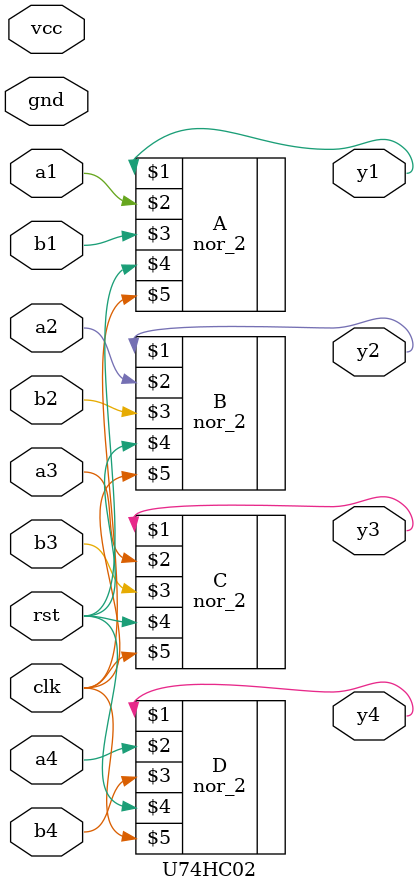
<source format=v>
`timescale 1ns/1ps

module U74HC02(y1, a1, b1, y2, a2, b2, gnd, a3, b3, y3, a4, b4, y4, vcc, rst, clk);
    parameter ic1 = 1'b0;
    parameter ic2 = 1'b0;
    parameter ic3 = 1'b0;
    parameter ic4 = 1'b0;
    localparam delay = 9;
    input wire vcc, gnd, rst, clk;
    input wire a1, b1, a2, b2, a3, b3, a4, b4;
    output wire y1, y2, y3, y4;

    nor_2 #(delay, ic1) A(y1, a1, b1, rst, clk);
    nor_2 #(delay, ic2) B(y2, a2, b2, rst, clk);
    nor_2 #(delay, ic3) C(y3, a3, b3, rst, clk);
    nor_2 #(delay, ic4) D(y4, a4, b4, rst, clk);
endmodule

</source>
